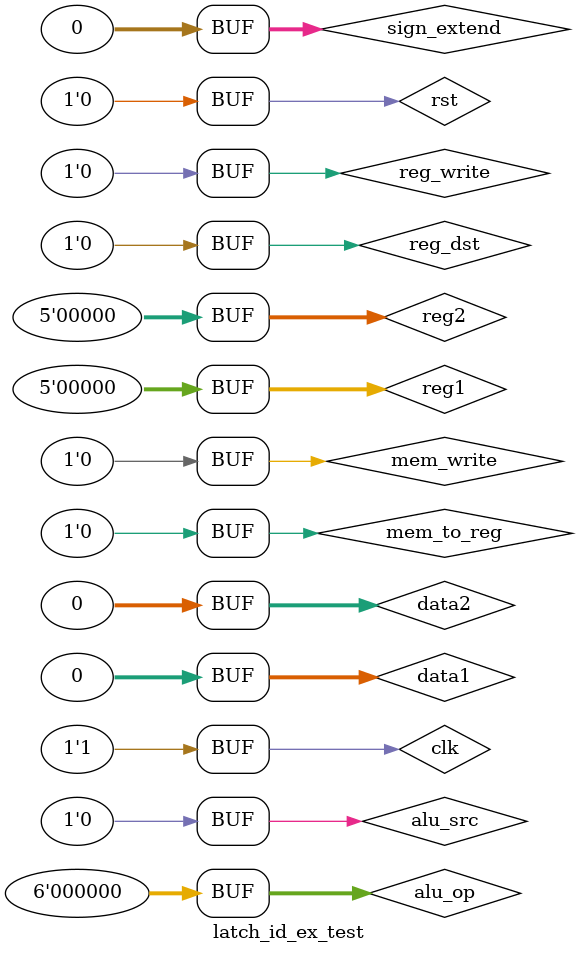
<source format=v>
`timescale 1ns / 1ps


module latch_id_ex_test;

	// Inputs
	reg [5:0] alu_op;
	reg reg_dst;
	reg alu_src;
	reg mem_write;
	reg reg_write;
	reg mem_to_reg;
	reg [31:0] data1;
	reg [31:0] data2;
	reg [31:0] sign_extend;
	reg [4:0] reg1;
	reg [4:0] reg2;
	reg clk;
	reg rst;

	// Outputs
	wire [5:0] alu_op_reg;
	wire reg_dst_reg;
	wire alu_src_reg;
	wire mem_write_reg;
	wire reg_write_reg;
	wire mem_to_reg_reg;
	wire [31:0] data1_reg;
	wire [31:0] data2_reg;
	wire [31:0] sign_extend_reg;
	wire [4:0] reg1_reg;
	wire [4:0] reg2_reg;

	// Instantiate the Unit Under Test (UUT)
	latch_id_ex uut (
		.alu_op(alu_op), 
		.reg_dst(reg_dst), 
		.alu_src(alu_src), 
		.mem_write(mem_write), 
		.reg_write(reg_write), 
		.mem_to_reg(mem_to_reg), 
		.data1(data1), 
		.data2(data2), 
		.sign_extend(sign_extend), 
		.reg1(reg1), 
		.reg2(reg2), 
		.clk(clk), 
		.rst(rst), 
		.alu_op_reg(alu_op_reg), 
		.reg_dst_reg(reg_dst_reg), 
		.alu_src_reg(alu_src_reg), 
		.mem_write_reg(mem_write_reg), 
		.reg_write_reg(reg_write_reg), 
		.mem_to_reg_reg(mem_to_reg_reg), 
		.data1_reg(data1_reg), 
		.data2_reg(data2_reg), 
		.sign_extend_reg(sign_extend_reg), 
		.reg1_reg(reg1_reg), 
		.reg2_reg(reg2_reg)
	);

	initial begin
		// Initialize Inputs
		alu_op = 0;
		reg_dst = 0;
		alu_src = 0;
		mem_write = 0;
		reg_write = 0;
		mem_to_reg = 0;
		data1 = 0;
		data2 = 0;
		sign_extend = 0;
		reg1 = 0;
		reg2 = 0;
		clk = 0;
		rst = 1;

		// Wait 100 ns for global reset to finish
		#100;
		rst = 0;
      #100;
		
		alu_op = 1;
		reg_dst = 1;
		alu_src = 1;
		mem_write = 1;
		reg_write = 1;
		mem_to_reg = 1;
		data1 = 5;
		data2 = 4;
		sign_extend = 3;
		reg1 = 2;
		reg2 = 1;
		clk = 1;
		
		#100;
		
		clk = 0;
		
		#100;
		
		alu_op = 0;
		reg_dst = 0;
		alu_src = 0;
		mem_write = 0;
		reg_write = 0;
		mem_to_reg = 0;
		data1 = 0;
		data2 = 0;
		sign_extend = 0;
		reg1 = 0;
		reg2 = 0;
		clk = 1;
		
	end
      
endmodule


</source>
